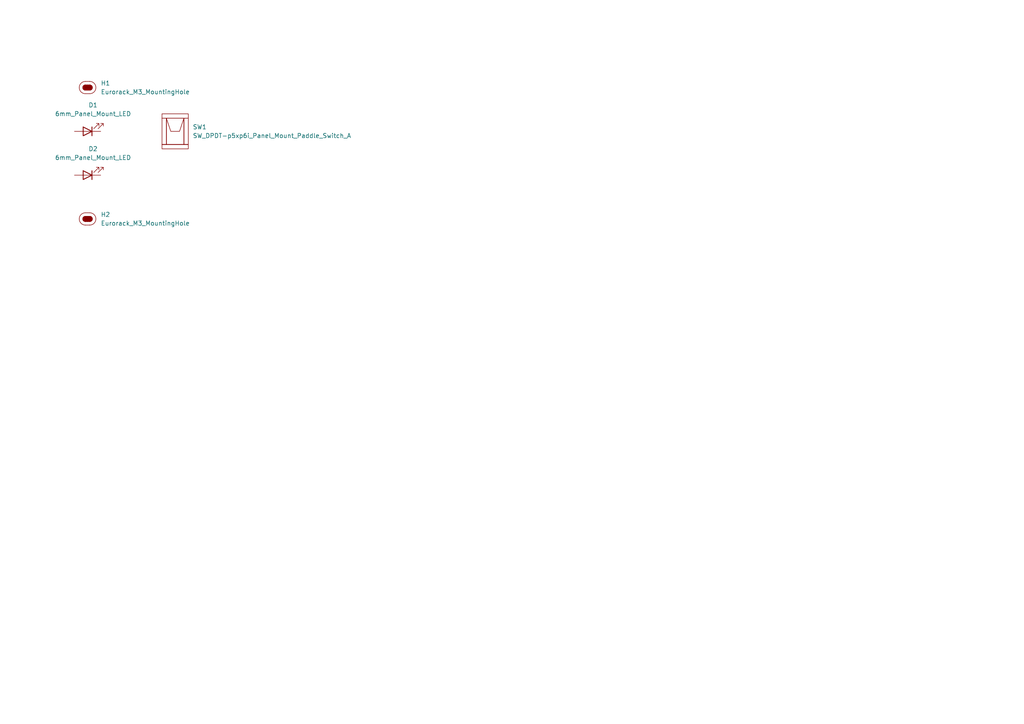
<source format=kicad_sch>
(kicad_sch (version 20250114) (generator "eeschema") (generator_version "9.0")
  (paper "A4")
  (lib_symbols
    (symbol "EXC:6mm_Panel_Mount_LED" (pin_numbers (hide yes)) (pin_names (offset 1.016) (hide yes))
      (property "Reference" "D" (at 0 2.54 0))
      (property "Value" "6mm_Panel_Mount_LED" (at 0 -3.556 0))
      (symbol "6mm_Panel_Mount_LED_0_1"
        (polyline (pts (xy -1.27 1.27) (xy -1.27 -1.27) (xy 1.27 0) (xy -1.27 1.27)) (stroke (width 0.254)))
        (polyline (pts (xy 1.27 1.27) (xy 1.27 -1.27)) (stroke (width 0.254)))
        (polyline (pts (xy 1.27 0) (xy -1.27 0)))
        (polyline (pts (xy 1.778 0.762) (xy 3.302 2.286) (xy 2.54 2.286) (xy 3.302 2.286) (xy 3.302 1.524)))
        (polyline (pts (xy 3.048 0.762) (xy 4.572 2.286) (xy 3.81 2.286) (xy 4.572 2.286) (xy 4.572 1.524)))
      )
      (symbol "6mm_Panel_Mount_LED_1_1"
        (pin passive line (at -3.81 0 0) (length 2.54) (name "A") (number "2"))
        (pin passive line (at 3.81 0 180) (length 2.54) (name "K") (number "1"))
      )
    )
    (symbol "EXC:Eurorack_M3_MountingHole" (pin_names (offset 1.016))
      (property "Reference" "H" (at 0 5.08 0))
      (property "Value" "Eurorack_M3_MountingHole" (at 0 3.175 0))
      (symbol "Eurorack_M3_MountingHole_0_1"
        (polyline (pts (xy -0.635 0.762) (xy 0.635 0.762)))
        (circle (center -0.635 0) (radius 0.762) (fill (type outline)))
        (arc (start -0.635 -0.762) (mid -1.397 0) (end -0.635 0.762))
        (arc (start -0.635 -1.778) (mid -2.413 0) (end -0.635 1.778))
        (polyline (pts (xy -0.635 -0.762) (xy 0.635 -0.762)))
        (polyline (pts (xy -0.635 -1.778) (xy 0.635 -1.778)))
        (circle (center 0 0) (radius 0.762) (fill (type outline)))
        (polyline (pts (xy 0.635 1.778) (xy -0.635 1.778)))
        (arc (start 0.6141 1.778) (mid 2.4131 0) (end 0.6141 -1.778))
        (arc (start 0.6227 0.762) (mid 1.3971 0) (end 0.6227 -0.762))
        (circle (center 0.635 0) (radius 0.762) (fill (type outline)))
      )
    )
    (symbol "EXC:SW_DPDT-p5xp6i_Panel_Mount_Paddle_Switch_A" (pin_names (offset 0) (hide yes))
      (property "Reference" "SW" (at 0 6.096 0))
      (property "Value" "SW_DPDT-p5xp6i_Panel_Mount_Paddle_Switch_A" (at 0 -6.35 0))
      (symbol "SW_DPDT-p5xp6i_Panel_Mount_Paddle_Switch_A_0_1"
        (rectangle (start -3.81 5.08) (end 3.81 3.81) (fill (type color)))
        (rectangle (start -3.81 3.81) (end -2.54 -3.81) (fill (type color)))
        (rectangle (start -3.81 -3.81) (end 3.81 -5.08) (fill (type color)))
        (rectangle (start -2.54 3.81) (end 2.54 -3.81))
        (polyline (pts (xy -2.54 3.81) (xy -1.27 0) (xy 1.27 0) (xy 2.54 3.81) (xy -2.54 3.81)) (fill (type color)))
        (rectangle (start 2.54 3.81) (end 3.81 -3.81) (fill (type color)))
      )
    )
  )
  (symbol (lib_id "EXC:SW_DPDT-p5xp6i_Panel_Mount_Paddle_Switch_A") (at 50.8 38.1 0) (unit 1)
    (property "Reference" "SW1" (at 55.88 36.8299 0) (effects (justify left)))
    (property "Value" "SW_DPDT-p5xp6i_Panel_Mount_Paddle_Switch_A" (at 55.88 39.3699 0) (effects (justify left)))
    (property "Footprint" "EXC:SW_DPDT_p5xp6i_Panel_Mount_Paddle_Switch_A" (effects (hide yes)))
    (property "Datasheet" "https://ae01.alicdn.com/kf/H1970d0d9a30c4d039488acb0367c7727Z.jpg" (effects (hide yes)))
    (property "Description" "Dual Pole Dual-Throw (DPDT) 0.5\"x0.6\" panel-mount paddle switch" (effects (hide yes)))
    (property "Source" "https://www.aliexpress.com/item/4000545485594.html" (effects (hide yes)))
  )
  (symbol (lib_id "EXC:6mm_Panel_Mount_LED") (at 25.4 50.8 0) (unit 1)
    (property "Reference" "D2" (at 26.9875 43.18 0))
    (property "Value" "6mm_Panel_Mount_LED" (at 26.9875 45.72 0))
    (property "Footprint" "EXC:6mm_Panel_Mount_LED" (effects (hide yes)))
    (property "Description" "Light emitting diode" (effects (hide yes)))
  )
  (symbol (lib_id "EXC:6mm_Panel_Mount_LED") (at 25.4 38.1 0) (unit 1)
    (property "Reference" "D1" (at 26.9875 30.48 0))
    (property "Value" "6mm_Panel_Mount_LED" (at 26.9875 33.02 0))
    (property "Footprint" "EXC:6mm_Panel_Mount_LED" (effects (hide yes)))
    (property "Description" "Light emitting diode" (effects (hide yes)))
  )
  (symbol (lib_id "EXC:Eurorack_M3_MountingHole") (at 25.4 25.4 0) (unit 1)
    (property "Reference" "H1" (at 29.21 24.1299 0) (effects (justify left)))
    (property "Value" "Eurorack_M3_MountingHole" (at 29.21 26.6699 0) (effects (justify left)))
    (property "Footprint" "EXC:MountingHole_3.2mm_M3" (effects (hide yes)))
    (property "Description" "Mounting Hole without connection" (effects (hide yes)))
  )
  (symbol (lib_id "EXC:Eurorack_M3_MountingHole") (at 25.4 63.5 0) (unit 1)
    (property "Reference" "H2" (at 29.21 62.2299 0) (effects (justify left)))
    (property "Value" "Eurorack_M3_MountingHole" (at 29.21 64.7699 0) (effects (justify left)))
    (property "Footprint" "EXC:MountingHole_3.2mm_M3" (effects (hide yes)))
    (property "Description" "Mounting Hole without connection" (effects (hide yes)))
  )
)
</source>
